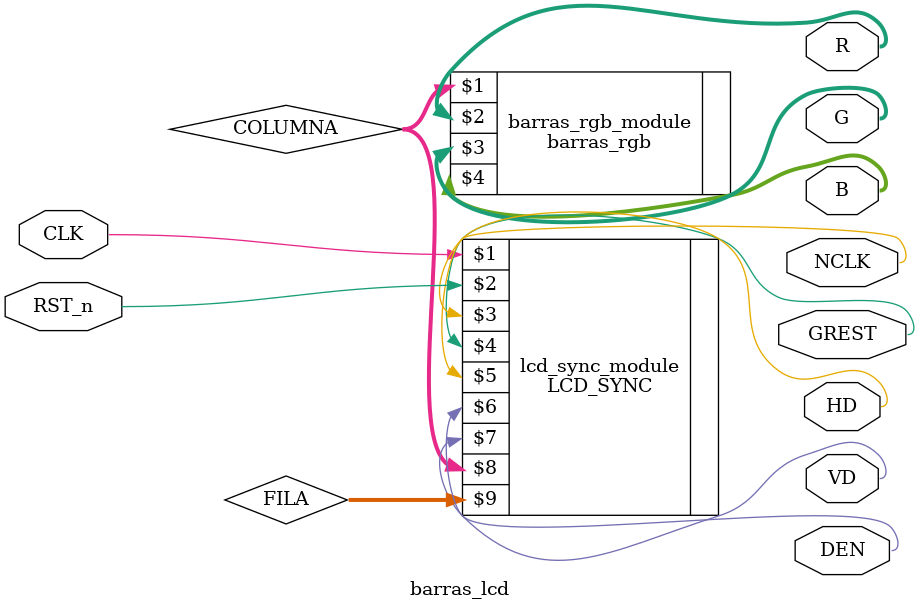
<source format=v>
module barras_lcd (CLK,RST_n,NCLK,GREST,HD,VD,DEN, R ,G ,B);

	input CLK,RST_n;

	output  NCLK, GREST, HD, VD, DEN;
	output  [7:0]R;
	output  [7:0]G;
	output  [7:0]B;

	wire [10:0]COLUMNA;
	wire [9:0]FILA;

	LCD_SYNC 	lcd_sync_module 		(CLK,RST_n,NCLK,GREST,HD,VD,DEN, COLUMNA, FILA);
	barras_rgb 	barras_rgb_module 	(COLUMNA, R, G, B);

endmodule
</source>
